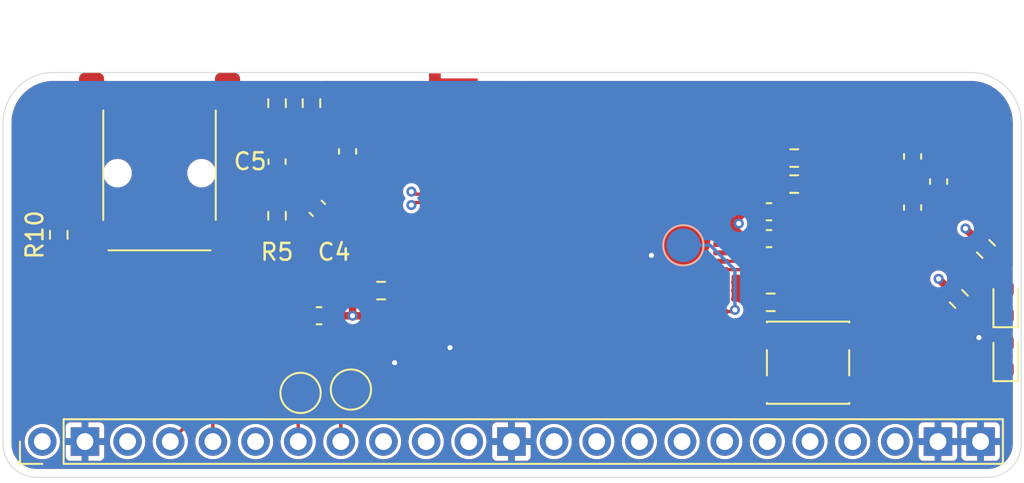
<source format=kicad_pcb>
(kicad_pcb (version 20240108) (generator "pcbnew") (generator_version "8.0")
  (layers (0 "F.Cu" signal) (1 "In1.Cu" signal) (2 "In2.Cu" signal) (31 "B.Cu" signal) (34 "B.Paste" user) (35 "F.Paste" user) (36 "B.SilkS" user "B.Silkscreen") (37 "F.SilkS" user "F.Silkscreen") (38 "B.Mask" user) (39 "F.Mask" user) (44 "Edge.Cuts" user))
  (net 0 "")
  (net 1 "+5VPI_p")
  (net 2 "/Pi_GPIO14")
  (net 3 "/Pi_GPIO17")
  (net 4 "/Pi_GPIO4")
  (net 5 "/Pi_GPIO27")
  (net 6 "/Pi_GPIO23")
  (net 7 "/Pi_GPIO25")
  (net 8 "/Pi_GPIO24")
  (net 9 "/Pi_GPIO11")
  (net 10 "GND")
  (net 11 "/Pi_GPIO07")
  (net 12 "/Pi_GPIO18")
  (net 13 "/Pi_GPIO22")
  (net 14 "/Pi_GPIO08")
  (net 15 "/Pi_GPIO09")
  (net 16 "/Pi_SCL")
  (net 17 "/Pi_SDA")
  (net 18 "/Pi_GPIO10")
  (net 19 "+3V3PI")
  (net 20 "/Pi_GPIO15")
  (net 21 "Net-(R1-Pad1)")
  (net 22 "Net-(U1-RSTn)")
  (net 23 "Net-(U1-CHARGE)")
  (net 31 "Net-(U1-MICh)")
  (net 33 "Net-(U1-VREFp)")
  (net 37 "Net-(U1-LSRn)")
  (net 48 "Net-(U1-MICn)")
  (net 49 "Net-(U1-JTAG)")
  (net 57 "Net-(D1-K)")
  (net 67 "Net-(D2-K)")
  (net 69 "Net-(U1-LSRp)")
  (net 70 "Net-(C5-Pad2)")
  (net 71 "Net-(C5-Pad1)")
  (net 72 "Net-(C6-Pad1)")
  (net 73 "Net-(C7-Pad1)")
  (net 74 "Net-(D2-A)")
  (net 75 "Net-(D1-A)")
  (net 76 "Net-(J2-PadS)")
  (footprint "Resistor_SMD:R_0603_1608Metric" (layer "F.Cu") (at 133 76.325 -90)
    (property "Reference" "R7" (hide yes))
    (property "Value" "2.2k" (hide yes))
    (fp_line (start -0.237258 0.5225) (end 0.237258 0.5225) (stroke (width 0.12)) (layer "F.SilkS"))
    (fp_line (start -0.237258 -0.5225) (end 0.237258 -0.5225) (stroke (width 0.12)) (layer "F.SilkS"))
    (pad "1" smd roundrect (at -0.825 0 270) (size 0.8 0.95) (layers "F.Cu" "F.Paste" "F.Mask") (net 70 "Net-(C5-Pad2)"))
    (pad "2" smd roundrect (at 0.825 0 270) (size 0.8 0.95) (layers "F.Cu" "F.Paste" "F.Mask") (net 48 "Net-(U1-MICn)"))
  )
  (footprint "Button_Switch_SMD:SW_SPST_PTS647_Sx70" (layer "F.Cu") (at 164.625 91.8 180)
    (property "Reference" "SW1" (hide yes))
    (property "Value" "SW_Push" (hide yes))
    (fp_line (start 2.450001 -0.75) (end 2.450001 0.75) (stroke (width 0.12)) (layer "F.SilkS"))
    (fp_line (start 2.45 2.45) (end 2.45 2.4) (stroke (width 0.12)) (layer "F.SilkS"))
    (fp_line (start 2.45 -2.45) (end 2.45 -2.4) (stroke (width 0.12)) (layer "F.SilkS"))
    (fp_line (start -2.45 2.45) (end 2.45 2.45) (stroke (width 0.12)) (layer "F.SilkS"))
    (fp_line (start -2.45 2.45) (end -2.45 2.4) (stroke (width 0.12)) (layer "F.SilkS"))
    (fp_line (start -2.45 -2.45) (end 2.45 -2.45) (stroke (width 0.12)) (layer "F.SilkS"))
    (fp_line (start -2.45 -2.45) (end -2.45 -2.4) (stroke (width 0.12)) (layer "F.SilkS"))
    (fp_line (start -2.450001 -0.75) (end -2.450001 0.75) (stroke (width 0.12)) (layer "F.SilkS"))
    (pad "1" smd roundrect (at -2.625 -1.6 180) (size 1.55 1) (layers "F.Cu" "F.Paste" "F.Mask") (net 10 "GND"))
    (pad "1" smd roundrect (at 2.625 -1.6 180) (size 1.55 1) (layers "F.Cu" "F.Paste" "F.Mask") (net 10 "GND"))
    (pad "2" smd roundrect (at -2.625 1.6 180) (size 1.55 1) (layers "F.Cu" "F.Paste" "F.Mask") (net 21 "Net-(R1-Pad1)"))
    (pad "2" smd roundrect (at 2.625 1.6 180) (size 1.55 1) (layers "F.Cu" "F.Paste" "F.Mask") (net 21 "Net-(R1-Pad1)"))
  )
  (footprint "Resistor_SMD:R_0603_1608Metric" (layer "F.Cu") (at 162.4 88.2 180)
    (property "Reference" "R1" (hide yes))
    (property "Value" "5K1" (hide yes))
    (fp_line (start -0.237258 0.5225) (end 0.237258 0.5225) (stroke (width 0.12)) (layer "F.SilkS"))
    (fp_line (start -0.237258 -0.5225) (end 0.237258 -0.5225) (stroke (width 0.12)) (layer "F.SilkS"))
    (pad "1" smd roundrect (at -0.825 0 180) (size 0.8 0.95) (layers "F.Cu" "F.Paste" "F.Mask") (net 21 "Net-(R1-Pad1)"))
    (pad "2" smd roundrect (at 0.825 0 180) (size 0.8 0.95) (layers "F.Cu" "F.Paste" "F.Mask") (net 22 "Net-(U1-RSTn)"))
  )
  (footprint "Capacitor_SMD:C_0603_1608Metric" (layer "F.Cu") (at 137.2 79.2 90)
    (property "Reference" "C8" (hide yes))
    (property "Value" "33p" (hide yes))
    (fp_line (start -0.140581 -0.51) (end 0.140581 -0.51) (stroke (width 0.12)) (layer "F.SilkS"))
    (fp_line (start -0.140581 0.51) (end 0.140581 0.51) (stroke (width 0.12)) (layer "F.SilkS"))
    (pad "1" smd roundrect (at -0.775 0 90) (size 0.9 0.95) (layers "F.Cu" "F.Paste" "F.Mask") (net 48 "Net-(U1-MICn)"))
    (pad "2" smd roundrect (at 0.775 0 90) (size 0.9 0.95) (layers "F.Cu" "F.Paste" "F.Mask") (net 10 "GND"))
  )
  (footprint "Capacitor_SMD:C_0603_1608Metric" (layer "F.Cu") (at 162.3 82.8)
    (property "Reference" "C3" (hide yes))
    (property "Value" "100n" (hide yes))
    (fp_line (start -0.14058 -0.51) (end 0.14058 -0.51) (stroke (width 0.12)) (layer "F.SilkS"))
    (fp_line (start -0.14058 0.51) (end 0.14058 0.51) (stroke (width 0.12)) (layer "F.SilkS"))
    (pad "1" smd roundrect (at -0.775 0) (size 0.9 0.95) (layers "F.Cu" "F.Paste" "F.Mask") (net 19 "+3V3PI"))
    (pad "2" smd roundrect (at 0.775 0) (size 0.9 0.95) (layers "F.Cu" "F.Paste" "F.Mask") (net 10 "GND"))
  )
  (footprint "Resistor_SMD:R_0603_1608Metric" (layer "F.Cu") (at 135.05 76.325 -90)
    (property "Reference" "R6" (hide yes))
    (property "Value" "2.2k" (hide yes))
    (fp_line (start -0.237258 0.5225) (end 0.237258 0.5225) (stroke (width 0.12)) (layer "F.SilkS"))
    (fp_line (start -0.237258 -0.5225) (end 0.237258 -0.5225) (stroke (width 0.12)) (layer "F.SilkS"))
    (pad "1" smd roundrect (at -0.825 0 270) (size 0.8 0.95) (layers "F.Cu" "F.Paste" "F.Mask") (net 70 "Net-(C5-Pad2)"))
    (pad "2" smd roundrect (at 0.825 0 270) (size 0.8 0.95) (layers "F.Cu" "F.Paste" "F.Mask") (net 33 "Net-(U1-VREFp)"))
  )
  (footprint "Resistor_SMD:R_0603_1608Metric" (layer "F.Cu") (at 133 83.0375 90)
    (property "Reference" "R5" (at -2.1625 0 180) (layer "F.SilkS"))
    (property "Value" "100" (hide yes))
    (fp_line (start -0.237258 -0.5225) (end 0.237258 -0.5225) (stroke (width 0.12)) (layer "F.SilkS"))
    (fp_line (start -0.237258 0.5225) (end 0.237258 0.5225) (stroke (width 0.12)) (layer "F.SilkS"))
    (pad "1" smd roundrect (at -0.825 0 90) (size 0.8 0.95) (layers "F.Cu" "F.Paste" "F.Mask") (net 31 "Net-(U1-MICh)"))
    (pad "2" smd roundrect (at 0.825 0 90) (size 0.8 0.95) (layers "F.Cu" "F.Paste" "F.Mask") (net 71 "Net-(C5-Pad1)"))
  )
  (footprint "Resistor_SMD:R_0603_1608Metric" (layer "F.Cu") (at 139.2 87.5 180)
    (property "Reference" "R4" (hide yes))
    (property "Value" "1K" (hide yes))
    (fp_line (start -0.237258 0.5225) (end 0.237258 0.5225) (stroke (width 0.12)) (layer "F.SilkS"))
    (fp_line (start -0.237258 -0.5225) (end 0.237258 -0.5225) (stroke (width 0.12)) (layer "F.SilkS"))
    (pad "1" smd roundrect (at -0.825 0 180) (size 0.8 0.95) (layers "F.Cu" "F.Paste" "F.Mask") (net 23 "Net-(U1-CHARGE)"))
    (pad "2" smd roundrect (at 0.825 0 180) (size 0.8 0.95) (layers "F.Cu" "F.Paste" "F.Mask") (net 19 "+3V3PI"))
  )
  (footprint "Capacitor_SMD:C_0603_1608Metric" (layer "F.Cu") (at 135.4 82.6 -45)
    (property "Reference" "C4" (at 2.545584 1.131371 180) (layer "F.SilkS"))
    (property "Value" "33p" (hide yes))
    (fp_line (start -0.140581 0.51) (end 0.140581 0.51) (stroke (width 0.12)) (layer "F.SilkS"))
    (fp_line (start -0.140581 -0.51) (end 0.140581 -0.51) (stroke (width 0.12)) (layer "F.SilkS"))
    (pad "1" smd roundrect (at -0.775 0 315) (size 0.9 0.95) (layers "F.Cu" "F.Paste" "F.Mask") (net 31 "Net-(U1-MICh)"))
    (pad "2" smd roundrect (at 0.775 0 315) (size 0.9 0.95) (layers "F.Cu" "F.Paste" "F.Mask") (net 10 "GND"))
  )
  (footprint "Resistor_SMD:R_0603_1608Metric" (layer "F.Cu") (at 173.6 88 -45)
    (property "Reference" "R2" (hide yes))
    (property "Value" "470" (hide yes))
    (fp_line (start -0.237258 0.5225) (end 0.237258 0.5225) (stroke (width 0.12)) (layer "F.SilkS"))
    (fp_line (start -0.237258 -0.5225) (end 0.237258 -0.5225) (stroke (width 0.12)) (layer "F.SilkS"))
    (pad "1" smd roundrect (at -0.825 0 315) (size 0.8 0.95) (layers "F.Cu" "F.Paste" "F.Mask") (net 19 "+3V3PI"))
    (pad "2" smd roundrect (at 0.825 0 315) (size 0.8 0.95) (layers "F.Cu" "F.Paste" "F.Mask") (net 74 "Net-(D2-A)"))
  )
  (footprint "Resistor_SMD:R_0603_1608Metric" (layer "F.Cu") (at 120 84.175 90)
    (property "Reference" "R10" (at 0 -1.43 90) (layer "F.SilkS"))
    (property "Value" "0")
    (fp_line (start -0.237258 -0.5225) (end 0.237258 -0.5225) (stroke (width 0.12)) (layer "F.SilkS"))
    (fp_line (start -0.237258 0.5225) (end 0.237258 0.5225) (stroke (width 0.12)) (layer "F.SilkS"))
    (pad "1" smd roundrect (at -0.825 0 90) (size 0.8 0.95) (layers "F.Cu" "F.Paste" "F.Mask") (net 10 "GND"))
    (pad "2" smd roundrect (at 0.825 0 90) (size 0.8 0.95) (layers "F.Cu" "F.Paste" "F.Mask") (net 76 "Net-(J2-PadS)"))
  )
  (footprint "TestPoint:TestPoint_Pad_D2.0mm" (layer "F.Cu") (at 137.4 93.4 90)
    (property "Reference" "TP3" (hide yes))
    (property "Value" "TestPoint" (hide yes))
    (fp_circle (center 0 0) (end 0 1.2) (stroke (width 0.12)) (fill none) (layer "F.SilkS"))
    (pad "1" smd circle (at 0 0 90) (size 2 2) (layers "F.Cu" "F.Mask") (net 20 "/Pi_GPIO15"))
  )
  (footprint "Resistor_SMD:R_0603_1608Metric" (layer "F.Cu") (at 163.8 79.6)
    (property "Reference" "R9" (hide yes))
    (property "Value" "0" (hide yes))
    (fp_line (start -0.237258 -0.5225) (end 0.237258 -0.5225) (stroke (width 0.12)) (layer "F.SilkS"))
    (fp_line (start -0.237258 0.5225) (end 0.237258 0.5225) (stroke (width 0.12)) (layer "F.SilkS"))
    (pad "1" smd roundrect (at -0.825 0) (size 0.8 0.95) (layers "F.Cu" "F.Paste" "F.Mask") (net 69 "Net-(U1-LSRp)"))
    (pad "2" smd roundrect (at 0.825 0) (size 0.8 0.95) (layers "F.Cu" "F.Paste" "F.Mask") (net 73 "Net-(C7-Pad1)"))
  )
  (footprint "Connector_Audio:Jack_3.5mm_Lumberg_1503_02_Horizontal" (layer "F.Cu") (at 126 78)
    (property "Reference" "J2" (hide yes))
    (property "Value" "AudioJack3" (hide yes))
    (fp_line (start -3.35 -1.24) (end -3.35 5.29) (stroke (width 0.12)) (layer "F.SilkS"))
    (fp_line (start 3.04 7.1) (end -3.04 7.1) (stroke (width 0.12)) (layer "F.SilkS"))
    (fp_line (start 3.35 -1.24) (end 3.35 5.29) (stroke (width 0.12)) (layer "F.SilkS"))
    (pad "" np_thru_hole circle (at -2.5 2.5) (size 1.2 1.2) (drill 1.2) (layers "F&B.Cu" "*.Mask"))
    (pad "" np_thru_hole circle (at 2.5 2.5) (size 1.2 1.2) (drill 1.2) (layers "F&B.Cu" "*.Mask"))
    (pad "R" smd roundrect (at 4.05 6.35) (size 1.5 1.5) (layers "F.Cu" "F.Paste" "F.Mask"))
    (pad "S" smd roundrect (at -4.05 6.35) (size 1.5 1.5) (layers "F.Cu" "F.Paste" "F.Mask") (net 76 "Net-(J2-PadS)"))
    (pad "T" smd roundrect (at -4.05 -2.5) (size 1.5 2) (layers "F.Cu" "F.Paste" "F.Mask") (net 70 "Net-(C5-Pad2)"))
    (pad "T" smd roundrect (at 4.05 -2.5) (size 1.5 2) (layers "F.Cu" "F.Paste" "F.Mask") (net 70 "Net-(C5-Pad2)"))
  )
  (footprint "Resistor_SMD:R_0603_1608Metric" (layer "F.Cu") (at 175.216637 85.016637 -45)
    (property "Reference" "R3" (hide yes))
    (property "Value" "470" (hide yes))
    (fp_line (start -0.237258 0.5225) (end 0.237258 0.5225) (stroke (width 0.12)) (layer "F.SilkS"))
    (fp_line (start -0.237258 -0.5225) (end 0.237258 -0.5225) (stroke (width 0.12)) (layer "F.SilkS"))
    (pad "1" smd roundrect (at -0.825 0 315) (size 0.8 0.95) (layers "F.Cu" "F.Paste" "F.Mask") (net 19 "+3V3PI"))
    (pad "2" smd roundrect (at 0.825 0 315) (size 0.8 0.95) (layers "F.Cu" "F.Paste" "F.Mask") (net 75 "Net-(D1-A)"))
  )
  (footprint "custom_library:SC14CVMDECT" (layer "F.Cu") (at 150.8 81)
    (property "Reference" "U1" (hide yes))
    (property "Value" "SC14CVMDECT" (hide yes))
    (pad "1" smd rect (at -8.625 -5.05 90) (size 0.66 0.55) (layers "F.Cu" "F.Paste" "F.Mask") (net 10 "GND"))
    (pad "2" smd roundrect (at -8.625 -4.25) (size 0.89 0.3) (layers "F.Cu" "F.Paste" "F.Mask"))
    (pad "3" smd roundrect (at -8.625 -3.75) (size 0.89 0.3) (layers "F.Cu" "F.Paste" "F.Mask"))
    (pad "4" smd roundrect (at -8.625 -3.25) (size 0.89 0.3) (layers "F.Cu" "F.Paste" "F.Mask"))
    (pad "5" smd roundrect (at -8.625 -2.75) (size 0.89 0.3) (layers "F.Cu" "F.Paste" "F.Mask"))
    (pad "6" smd roundrect (at -8.625 -2.25) (size 0.89 0.3) (layers "F.Cu" "F.Paste" "F.Mask") (net 10 "GND"))
    (pad "7" smd roundrect (at -8.625 -1.75) (size 0.89 0.3) (layers "F.Cu" "F.Paste" "F.Mask") (net 33 "Net-(U1-VREFp)"))
    (pad "8" smd roundrect (at -8.625 -1.25) (size 0.89 0.3) (layers "F.Cu" "F.Paste" "F.Mask"))
    (pad "9" smd roundrect (at -8.625 -0.75) (size 0.89 0.3) (layers "F.Cu" "F.Paste" "F.Mask") (net 48 "Net-(U1-MICn)"))
    (pad "10" smd roundrect (at -8.625 -0.25) (size 0.89 0.3) (layers "F.Cu" "F.Paste" "F.Mask") (net 31 "Net-(U1-MICh)"))
    (pad "11" smd roundrect (at -8.625 0.25) (size 0.89 0.3) (layers "F.Cu" "F.Paste" "F.Mask") (net 10 "GND"))
    (pad "12" smd roundrect (at -8.625 0.75) (size 0.89 0.3) (layers "F.Cu" "F.Paste" "F.Mask") (net 69 "Net-(U1-LSRp)"))
    (pad "13" smd roundrect (at -8.625 1.25) (size 0.89 0.3) (layers "F.Cu" "F.Paste" "F.Mask") (net 37 "Net-(U1-LSRn)"))
    (pad "14" smd roundrect (at -8.625 1.75) (size 0.89 0.3) (layers "F.Cu" "F.Paste" "F.Mask") (net 10 "GND"))
    (pad "15" smd roundrect (at -8.625 2.25) (size 0.89 0.3) (layers "F.Cu" "F.Paste" "F.Mask"))
    (pad "16" smd roundrect (at -8.625 2.75) (size 0.89 0.3) (layers "F.Cu" "F.Paste" "F.Mask"))
    (pad "17" smd roundrect (at -8.625 3.25) (size 0.89 0.3) (layers "F.Cu" "F.Paste" "F.Mask") (net 10 "GND"))
    (pad "18" smd roundrect (at -8.625 3.75) (size 0.89 0.3) (layers "F.Cu" "F.Paste" "F.Mask") (net 10 "GND"))
    (pad "19" smd roundrect (at -8.625 4.25) (size 0.89 0.3) (layers "F.Cu" "F.Paste" "F.Mask") (net 10 "GND"))
    (pad "20" smd roundrect (at -8.625 4.75) (size 0.89 0.3) (layers "F.Cu" "F.Paste" "F.Mask") (net 10 "GND"))
    (pad "21" smd roundrect (at -8.625 5.25) (size 0.89 0.3) (layers "F.Cu" "F.Paste" "F.Mask"))
    (pad "22" smd roundrect (at -8.625 5.75) (size 0.89 0.3) (layers "F.Cu" "F.Paste" "F.Mask"))
    (pad "23" smd roundrect (at -8.625 6.25) (size 0.89 0.3) (layers "F.Cu" "F.Paste" "F.Mask") (net 23 "Net-(U1-CHARGE)"))
    (pad "24" smd roundrect (at -8.625 6.75) (size 0.89 0.3) (layers "F.Cu" "F.Paste" "F.Mask"))
    (pad "25" smd roundrect (at -8.625 7.25) (size 0.89 0.3) (layers "F.Cu" "F.Paste" "F.Mask"))
    (pad "26" smd roundrect (at -8.625 7.75) (size 0.89 0.3) (layers "F.Cu" "F.Paste" "F.Mask"))
    (pad "27" smd roundrect (at -8.625 8.25) (size 0.89 0.3) (layers "F.Cu" "F.Paste" "F.Mask"))
    (pad "28" smd rect (at -6.05 9.42 90) (size 0.55 0.8) (layers "F.Cu" "F.Paste" "F.Mask") (net 10 "GND"))
    (pad "29" smd roundrect (at -5.25 9.42 90) (size 0.89 0.3) (layers "F.Cu" "F.Paste" "F.Mask") (net 19 "+3V3PI"))
    (pad "30" smd roundrect (at -4.75 9.42 90) (size 0.89 0.3) (layers "F.Cu" "F.Paste" "F.Mask") (net 10 "GND"))
    (pad "31" smd roundrect (at -4.25 9.42 90) (size 0.89 0.3) (layers "F.Cu" "F.Paste" "F.Mask") (net 10 "GND"))
    (pad "32" smd roundrect (at -3.75 9.42 90) (size 0.89 0.3) (layers "F.Cu" "F.Paste" "F.Mask"))
    (pad "33" smd roundrect (at -3.25 9.42 90) (size 0.89 0.3) (layers "F.Cu" "F.Paste" "F.Mask"))
    (pad "34" smd roundrect (at -2.75 9.42 90) (size 0.89 0.3) (layers "F.Cu" "F.Paste" "F.Mask"))
    (pad "35" smd roundrect (at -2.25 9.42 90) (size 0.89 0.3) (layers "F.Cu" "F.Paste" "F.Mask"))
    (pad "36" smd roundrect (at -1.75 9.42 90) (size 0.89 0.3) (layers "F.Cu" "F.Paste" "F.Mask"))
    (pad "37" smd roundrect (at -1.25 9.42 90) (size 0.89 0.3) (layers "F.Cu" "F.Paste" "F.Mask"))
    (pad "38" smd roundrect (at -0.75 9.42 90) (size 0.89 0.3) (layers "F.Cu" "F.Paste" "F.Mask") (net 10 "GND"))
    (pad "39" smd roundrect (at -0.25 9.42 90) (size 0.89 0.3) (layers "F.Cu" "F.Paste" "F.Mask"))
    (pad "40" smd roundrect (at 0.25 9.42 90) (size 0.89 0.3) (layers "F.Cu" "F.Paste" "F.Mask"))
    (pad "41" smd roundrect (at 0.75 9.42 90) (size 0.89 0.3) (layers "F.Cu" "F.Paste" "F.Mask"))
    (pad "42" smd roundrect (at 1.25 9.42 90) (size 0.89 0.3) (layers "F.Cu" "F.Paste" "F.Mask"))
    (pad "43" smd roundrect (at 1.75 9.42 90) (size 0.89 0.3) (layers "F.Cu" "F.Paste" "F.Mask"))
    (pad "44" smd roundrect (at 2.25 9.42 90) (size 0.89 0.3) (layers "F.Cu" "F.Paste" "F.Mask") (net 16 "/Pi_SCL"))
    (pad "45" smd roundrect (at 2.75 9.42 90) (size 0.89 0.3) (layers "F.Cu" "F.Paste" "F.Mask") (net 10 "GND"))
    (pad "46" smd roundrect (at 3.25 9.42 90) (size 0.89 0.3) (layers "F.Cu" "F.Paste" "F.Mask") (net 17 "/Pi_SDA"))
    (pad "47" smd roundrect (at 3.75 9.42 90) (size 0.89 0.3) (layers "F.Cu" "F.Paste" "F.Mask") (net 2 "/Pi_GPIO14"))
    (pad "48" smd roundrect (at 4.25 9.42 90) (size 0.89 0.3) (layers "F.Cu" "F.Paste" "F.Mask") (net 20 "/Pi_GPIO15"))
    (pad "49" smd roundrect (at 4.75 9.42 90) (size 0.89 0.3) (layers "F.Cu" "F.Paste" "F.Mask") (net 10 "GND"))
    (pad "50" smd roundrect (at 5.25 9.42 90) (size 0.89 0.3) (layers "F.Cu" "F.Paste" "F.Mask") (net 10 "GND"))
    (pad "51" smd rect (at 6.05 9.42 90) (size 0.55 0.8) (layers "F.Cu" "F.Paste" "F.Mask") (net 10 "GND"))
    (pad "52" smd roundrect (at 8.625 8.25) (size 0.89 0.3) (layers "F.Cu" "F.Paste" "F.Mask") (net 22 "Net-(U1-RSTn)"))
    (pad "53" smd roundrect (at 8.625 7.75) (size 0.89 0.3) (layers "F.Cu" "F.Paste" "F.Mask") (net 49 "Net-(U1-JTAG)"))
    (pad "54" smd roundrect (at 8.625 7.25) (size 0.89 0.3) (layers "F.Cu" "F.Paste" "F.Mask"))
    (pad "55" smd roundrect (at 8.625 6.75) (size 0.89 0.3) (layers "F.Cu" "F.Paste" "F.Mask"))
    (pad "56" smd roundrect (at 8.625 6.25) (size 0.89 0.3) (layers "F.Cu" "F.Paste" "F.Mask"))
    (pad "57" smd roundrect (at 8.625 5.75) (size 0.89 0.3) (layers "F.Cu" "F.Paste" "F.Mask"))
    (pad "58" smd roundrect (at 8.625 5.25) (size 0.89 0.3) (layers "F.Cu" "F.Paste" "F.Mask") (net 67 "Net-(D2-K)"))
    (pad "59" smd roundrect (at 8.625 4.75) (size 0.89 0.3) (layers "F.Cu" "F.Paste" "F.Mask") (net 57 "Net-(D1-K)"))
    (pad "60" smd roundrect (at 8.625 4.25) (size 0.89 0.3) (layers "F.Cu" "F.Paste" "F.Mask") (net 10 "GND"))
    (pad "61" smd roundrect (at 8.625 3.75) (size 0.89 0.3) (layers "F.Cu" "F.Paste" "F.Mask"))
    (pad "62" smd roundrect (at 8.625 3.25) (size 0.89 0.3) (layers "F.Cu" "F.Paste" "F.Mask"))
    (pad "63" smd roundrect (at 8.625 2.75) (size 0.89 0.3) (layers "F.Cu" "F.Paste" "F.Mask") (net 19 "+3V3PI"))
    (pad "64" smd roundrect (at 8.625 2.25) (size 0.89 0.3) (layers "F.Cu" "F.Paste" "F.Mask") (net 19 "+3V3PI"))
    (pad "65" smd roundrect (at 8.625 1.75) (size 0.89 0.3) (layers "F.Cu" "F.Paste" "F.Mask"))
    (pad "66" smd roundrect (at 8.625 1.25) (size 0.89 0.3) (layers "F.Cu" "F.Paste" "F.Mask"))
    (pad "67" smd roundrect (at 8.625 0.75) (size 0.89 0.3) (layers "F.Cu" "F.Paste" "F.Mask"))
    (pad "68" smd roundrect (at 8.625 0.25) (size 0.89 0.3) (layers "F.Cu" "F.Paste" "F.Mask"))
    (pad "69" smd roundrect (at 8.625 -0.25) (size 0.89 0.3) (layers "F.Cu" "F.Paste" "F.Mask"))
    (pad "70" smd roundrect (at 8.625 -0.75) (size 0.89 0.3) (layers "F.Cu" "F.Paste" "F.Mask") (net 10 "GND"))
    (pad "71" smd roundrect (at 8.625 -1.25) (size 0.89 0.3) (layers "F.Cu" "F.Paste" "F.Mask") (net 10 "GND"))
    (pad "72" smd roundrect (at 8.625 -1.75) (size 0.89 0.3) (layers "F.Cu" "F.Paste" "F.Mask") (net 10 "GND"))
    (pad "73" smd roundrect (at 8.625 -2.25) (size 0.89 0.3) (layers "F.Cu" "F.Paste" "F.Mask"))
    (pad "74" smd roundrect (at 8.625 -2.75) (size 0.89 0.3) (layers "F.Cu" "F.Paste" "F.Mask") (net 10 "GND"))
    (pad "75" smd roundrect (at 8.625 -3.25) (size 0.89 0.3) (layers "F.Cu" "F.Paste" "F.Mask"))
    (pad "76" smd roundrect (at 8.625 -3.75) (size 0.89 0.3) (layers "F.Cu" "F.Paste" "F.Mask") (net 10 "GND"))
    (pad "77" smd roundrect (at 8.625 -4.25) (size 0.89 0.3) (layers "F.Cu" "F.Paste" "F.Mask") (net 10 "GND"))
    (pad "78" smd rect (at 8.625 -5.05 90) (size 0.66 0.55) (layers "F.Cu" "F.Paste" "F.Mask") (net 10 "GND"))
    (pad "79" smd custom (at -8.4 -6.2) (size 0.7 0.5) (layers "F.Cu") (options (clearance outline) (anchor rect)) (primitives (gr_poly (pts (xy 0.25 0.25) (xy 2.55 0.25) (xy 2.55 0.05) (xy 0.25 0.05)) (width 0) (fill yes))))
    (pad "80" smd rect (at 0 0) (size 1.7 1.7) (layers "F.Cu" "F.Mask") (net 10 "GND"))
    (zone (net 0) (net_name "") (layer "F.Cu") (connect_pads (clearance 0)) (min_thickness 0.25)
      (keepout (tracks not_allowed) (vias not_allowed) (pads not_allowed) (copperpour not_allowed) (footprints allowed))
      (fill (thermal_gap 0.5) (thermal_bridge_width 0.5))
      (polygon (pts (xy 153.46 86.54) (xy 158.9 86.54) (xy 158.9 89.88) (xy 153.46 89.88)))
    )
    (zone (net 0) (net_name "") (layer "F.Cu") (connect_pads (clearance 0)) (min_thickness 0.25)
      (keepout (tracks not_allowed) (vias not_allowed) (pads not_allowed) (copperpour not_allowed) (footprints allowed))
      (fill (thermal_gap 0.5) (thermal_bridge_width 0.5))
      (polygon (pts (xy 149.40061 77.1) (xy 149.381511 76.820775) (xy 149.324568 76.546752) (xy 149.230843 76.283035) (xy 149.102081 76.034536) (xy 148.940681 75.805885) (xy 148.74965 75.60134) (xy 148.532546 75.424713) (xy 148.293414 75.279294) (xy 148.036707 75.16779) (xy 147.767209 75.09228) (xy 147.489939 75.05417) (xy 147.210061 75.05417) (xy 146.932791 75.09228) (xy 146.663293 75.16779) (xy 146.406586 75.279294) (xy 146.167454 75.424713) (xy 145.95035 75.60134) (xy 145.759319 75.805885) (xy 145.597919 76.034536) (xy 145.469157 76.283035) (xy 145.375432 76.546752) (xy 145.318489 76.820775) (xy 145.29939 77.1) (xy 145.318489 77.379225) (xy 145.375432 77.653248) (xy 145.469157 77.916965) (xy 145.597919 78.165464) (xy 145.759319 78.394115) (xy 145.95035 78.59866) (xy 146.167454 78.775287) (xy 146.406586 78.920706) (xy 146.663293 79.03221) (xy 146.932791 79.10772) (xy 147.210061 79.14583) (xy 147.489939 79.14583) (xy 147.767209 79.10772) (xy 148.036707 79.03221) (xy 148.293414 78.920706) (xy 148.532546 78.775287) (xy 148.74965 78.59866) (xy 148.940681 78.394115) (xy 149.102081 78.165464) (xy 149.230843 77.916965) (xy 149.324568 77.653248) (xy 149.381511 77.379225)))
    )
  )
  (footprint "LED_SMD:LED_0603_1608Metric" (layer "F.Cu") (at 176.4 91.412499 90)
    (property "Reference" "D2" (hide yes))
    (property "Value" "LED" (hide yes))
    (fp_line (start 0.8 -0.735) (end -1.485 -0.735) (stroke (width 0.12)) (layer "F.SilkS"))
    (fp_line (start -1.485 -0.735) (end -1.485 0.735) (stroke (width 0.12)) (layer "F.SilkS"))
    (fp_line (start -1.485 0.735) (end 0.8 0.735) (stroke (width 0.12)) (layer "F.SilkS"))
    (pad "1" smd roundrect (at -0.787501 0 90) (size 0.875 0.95) (layers "F.Cu" "F.Paste" "F.Mask") (net 67 "Net-(D2-K)"))
    (pad "2" smd roundrect (at 0.787501 0 90) (size 0.875 0.95) (layers "F.Cu" "F.Paste" "F.Mask") (net 74 "Net-(D2-A)"))
  )
  (footprint "LED_SMD:LED_0603_1608Metric" (layer "F.Cu") (at 176.4 88.2 90)
    (property "Reference" "D1" (hide yes))
    (property "Value" "LED" (hide yes))
    (fp_line (start 0.8 -0.735) (end -1.485 -0.735) (stroke (width 0.12)) (layer "F.SilkS"))
    (fp_line (start -1.485 -0.735) (end -1.485 0.735) (stroke (width 0.12)) (layer "F.SilkS"))
    (fp_line (start -1.485 0.735) (end 0.8 0.735) (stroke (width 0.12)) (layer "F.SilkS"))
    (pad "1" smd roundrect (at -0.787501 0 90) (size 0.875 0.95) (layers "F.Cu" "F.Paste" "F.Mask") (net 57 "Net-(D1-K)"))
    (pad "2" smd roundrect (at 0.787501 0 90) (size 0.875 0.95) (layers "F.Cu" "F.Paste" "F.Mask") (net 75 "Net-(D1-A)"))
  )
  (footprint "beepis:BepisAddon_v1" (layer "F.Cu") (at 119.02 96.5 90)
    (property "Reference" "J1" (hide yes))
    (property "Value" "EXP" (hide yes))
    (fp_line (start -1.33 -1.33) (end 0 -1.33) (stroke (width 0.12)) (layer "F.SilkS"))
    (fp_line (start -1.33 0) (end -1.33 -1.33) (stroke (width 0.12)) (layer "F.SilkS"))
    (fp_line (start 1.33 1.27) (end 1.33 57.21) (stroke (width 0.12)) (layer "F.SilkS"))
    (fp_line (start -1.33 1.27) (end 1.33 1.27) (stroke (width 0.12)) (layer "F.SilkS"))
    (fp_line (start -1.33 1.27) (end -1.33 57.21) (stroke (width 0.12)) (layer "F.SilkS"))
    (fp_line (start -1.33 57.21) (end 1.33 57.21) (stroke (width 0.12)) (layer "F.SilkS"))
    (pad "1" thru_hole circle (at 0 0 90) (size 1.7 1.7) (drill 1) (layers "*.Cu" "*.Mask") (net 1 "+5VPI_p"))
    (pad "2" thru_hole rect (at 0 2.54 90) (size 1.7 1.7) (drill 1) (layers "*.Cu" "*.Mask") (net 10 "GND"))
    (pad "3" thru_hole oval (at 0 5.08 90) (size 1.7 1.7) (drill 1) (layers "*.Cu" "*.Mask") (net 19 "+3V3PI"))
    (pad "4" thru_hole oval (at 0 7.62 90) (size 1.7 1.7) (drill 1) (layers "*.Cu" "*.Mask") (net 16 "/Pi_SCL"))
    (pad "5" thru_hole oval (at 0 10.16 90) (size 1.7 1.7) (drill 1) (layers "*.Cu" "*.Mask") (net 17 "/Pi_SDA"))
    (pad "6" thru_hole oval (at 0 12.7 90) (size 1.7 1.7) (drill 1) (layers "*.Cu" "*.Mask") (net 4 "/Pi_GPIO4"))
    (pad "7" thru_hole oval (at 0 15.24 90) (size 1.7 1.7) (drill 1) (layers "*.Cu" "*.Mask") (net 2 "/Pi_GPIO14"))
    (pad "8" thru_hole oval (at 0 17.78 90) (size 1.7 1.7) (drill 1) (layers "*.Cu" "*.Mask") (net 20 "/Pi_GPIO15"))
    (pad "9" thru_hole oval (at 0 20.32 90) (size 1.7 1.7) (drill 1) (layers "*.Cu" "*.Mask") (net 3 "/Pi_GPIO17"))
    (pad "10" thru_hole oval (at 0 22.86 90) (size 1.7 1.7) (drill 1) (layers "*.Cu" "*.Mask") (net 12 "/Pi_GPIO18"))
    (pad "11" thru_hole oval (at 0 25.4 90) (size 1.7 1.7) (drill 1) (layers "*.Cu" "*.Mask") (net 5 "/Pi_GPIO27"))
    (pad "12" thru_hole rect (at 0 27.94 90) (size 1.7 1.7) (drill 1) (layers "*.Cu" "*.Mask") (net 10 "GND"))
    (pad "13" thru_hole oval (at 0 30.48 90) (size 1.7 1.7) (drill 1) (layers "*.Cu" "*.Mask") (net 13 "/Pi_GPIO22"))
    (pad "14" thru_hole oval (at 0 33.02 90) (size 1.7 1.7) (drill 1) (layers "*.Cu" "*.Mask") (net 6 "/Pi_GPIO23"))
    (pad "15" thru_hole oval (at 0 35.56 90) (size 1.7 1.7) (drill 1) (layers "*.Cu" "*.Mask") (net 8 "/Pi_GPIO24"))
    (pad "16" thru_hole oval (at 0 38.1 90) (size 1.7 1.7) (drill 1) (layers "*.Cu" "*.Mask") (net 18 "/Pi_GPIO10"))
    (pad "17" thru_hole oval (at 0 40.64 90) (size 1.7 1.7) (drill 1) (layers "*.Cu" "*.Mask") (net 15 "/Pi_GPIO09"))
    (pad "18" thru_hole oval (at 0 43.18 90) (size 1.7 1.7) (drill 1) (layers "*.Cu" "*.Mask") (net 7 "/Pi_GPIO25"))
    (pad "19" thru_hole oval (at 0 45.72 90) (size 1.7 1.7) (drill 1) (layers "*.Cu" "*.Mask") (net 9 "/Pi_GPIO11"))
    (pad "20" thru_hole oval (at 0 48.26 90) (size 1.7 1.7) (drill 1) (layers "*.Cu" "*.Mask") (net 14 "/Pi_GPIO08"))
    (pad "21" thru_hole oval (at 0 50.8 90) (size 1.7 1.7) (drill 1) (layers "*.Cu" "*.Mask") (net 11 "/Pi_GPIO07"))
    (pad "22" thru_hole rect (at 0 53.34 90) (size 1.7 1.7) (drill 1) (layers "*.Cu" "*.Mask") (net 10 "GND"))
    (pad "23" thru_hole rect (at 0 55.88 90) (size 1.7 1.7) (drill 1) (layers "*.Cu" "*.Mask") (net 10 "GND"))
  )
  (footprint "TestPoint:TestPoint_Pad_D2.0mm" (layer "F.Cu") (at 134.4 93.6 90)
    (property "Reference" "TP2" (hide yes))
    (property "Value" "TestPoint" (hide yes))
    (fp_circle (center 0 0) (end 0 1.2) (stroke (width 0.12)) (fill none) (layer "F.SilkS"))
    (pad "1" smd circle (at 0 0 90) (size 2 2) (layers "F.Cu" "F.Mask") (net 2 "/Pi_GPIO14"))
  )
  (footprint "Capacitor_SMD:C_0603_1608Metric" (layer "F.Cu") (at 133 79.8125 90)
    (property "Reference" "C5" (at 0.0125 -1.6 0) (layer "F.SilkS"))
    (property "Value" "22n" (hide yes))
    (fp_line (start -0.14058 -0.51) (end 0.14058 -0.51) (stroke (width 0.12)) (layer "F.SilkS"))
    (fp_line (start -0.14058 0.51) (end 0.14058 0.51) (stroke (width 0.12)) (layer "F.SilkS"))
    (pad "1" smd roundrect (at -0.775 0 90) (size 0.9 0.95) (layers "F.Cu" "F.Paste" "F.Mask") (net 71 "Net-(C5-Pad1)"))
    (pad "2" smd roundrect (at 0.775 0 90) (size 0.9 0.95) (layers "F.Cu" "F.Paste" "F.Mask") (net 70 "Net-(C5-Pad2)"))
  )
  (footprint "Resistor_SMD:R_0603_1608Metric" (layer "F.Cu") (at 163.8 81.15)
    (property "Reference" "R8" (hide yes))
    (property "Value" "0" (hide yes))
    (fp_line (start -0.237258 -0.5225) (end 0.237258 -0.5225) (stroke (width 0.12)) (layer "F.SilkS"))
    (fp_line (start -0.237258 0.5225) (end 0.237258 0.5225) (stroke (width 0.12)) (layer "F.SilkS"))
    (pad "1" smd roundrect (at -0.825 0) (size 0.8 0.95) (layers "F.Cu" "F.Paste" "F.Mask") (net 37 "Net-(U1-LSRn)"))
    (pad "2" smd roundrect (at 0.825 0) (size 0.8 0.95) (layers "F.Cu" "F.Paste" "F.Mask") (net 72 "Net-(C6-Pad1)"))
  )
  (footprint "Capacitor_SMD:C_0603_1608Metric" (layer "F.Cu") (at 162.3 84.4)
    (property "Reference" "C1" (hide yes))
    (property "Value" "100n" (hide yes))
    (fp_line (start -0.14058 -0.51) (end 0.14058 -0.51) (stroke (width 0.12)) (layer "F.SilkS"))
    (fp_line (start -0.14058 0.51) (end 0.14058 0.51) (stroke (width 0.12)) (layer "F.SilkS"))
    (pad "1" smd roundrect (at -0.775 0) (size 0.9 0.95) (layers "F.Cu" "F.Paste" "F.Mask") (net 19 "+3V3PI"))
    (pad "2" smd roundrect (at 0.775 0) (size 0.9 0.95) (layers "F.Cu" "F.Paste" "F.Mask") (net 10 "GND"))
  )
  (footprint "Capacitor_SMD:C_0603_1608Metric" (layer "F.Cu") (at 172.4 81 -90)
    (property "Reference" "C9" (hide yes))
    (property "Value" "3.3n" (hide yes))
    (fp_line (start -0.140581 0.51) (end 0.140581 0.51) (stroke (width 0.12)) (layer "F.SilkS"))
    (fp_line (start -0.140581 -0.51) (end 0.140581 -0.51) (stroke (width 0.12)) (layer "F.SilkS"))
    (pad "1" smd roundrect (at -0.775 0 270) (size 0.9 0.95) (layers "F.Cu" "F.Paste" "F.Mask") (net 73 "Net-(C7-Pad1)"))
    (pad "2" smd roundrect (at 0.775 0 270) (size 0.9 0.95) (layers "F.Cu" "F.Paste" "F.Mask") (net 72 "Net-(C6-Pad1)"))
  )
  (footprint "Capacitor_SMD:C_0603_1608Metric" (layer "F.Cu") (at 170.85 79.5 90)
    (property "Reference" "C7" (hide yes))
    (property "Value" "33p" (hide yes))
    (fp_line (start -0.140581 -0.51) (end 0.140581 -0.51) (stroke (width 0.12)) (layer "F.SilkS"))
    (fp_line (start -0.140581 0.51) (end 0.140581 0.51) (stroke (width 0.12)) (layer "F.SilkS"))
    (pad "1" smd roundrect (at -0.775 0 90) (size 0.9 0.95) (layers "F.Cu" "F.Paste" "F.Mask") (net 73 "Net-(C7-Pad1)"))
    (pad "2" smd roundrect (at 0.775 0 90) (size 0.9 0.95) (layers "F.Cu" "F.Paste" "F.Mask") (net 10 "GND"))
  )
  (footprint "Capacitor_SMD:C_0603_1608Metric" (layer "F.Cu") (at 170.85 82.55 -90)
    (property "Reference" "C6" (hide yes))
    (property "Value" "33p" (hide yes))
    (fp_line (start -0.140581 0.51) (end 0.140581 0.51) (stroke (width 0.12)) (layer "F.SilkS"))
    (fp_line (start -0.140581 -0.51) (end 0.140581 -0.51) (stroke (width 0.12)) (layer "F.SilkS"))
    (pad "1" smd roundrect (at -0.775 0 270) (size 0.9 0.95) (layers "F.Cu" "F.Paste" "F.Mask") (net 72 "Net-(C6-Pad1)"))
    (pad "2" smd roundrect (at 0.775 0 270) (size 0.9 0.95) (layers "F.Cu" "F.Paste" "F.Mask") (net 10 "GND"))
  )
  (footprint "Capacitor_SMD:C_0603_1608Metric" (layer "F.Cu") (at 135.5 89 180)
    (property "Reference" "C2" (hide yes))
    (property "Value" "100n" (hide yes))
    (fp_line (start -0.140581 0.51) (end 0.140581 0.51) (stroke (width 0.12)) (layer "F.SilkS"))
    (fp_line (start -0.140581 -0.51) (end 0.140581 -0.51) (stroke (width 0.12)) (layer "F.SilkS"))
    (pad "1" smd roundrect (at -0.775 0 180) (size 0.9 0.95) (layers "F.Cu" "F.Paste" "F.Mask") (net 19 "+3V3PI"))
    (pad "2" smd roundrect (at 0.775 0 180) (size 0.9 0.95) (layers "F.Cu" "F.Paste" "F.Mask") (net 10 "GND"))
  )
  (footprint "TestPoint:TestPoint_Pad_D2.0mm" (layer "B.Cu") (at 157.2 84.8 180)
    (property "Reference" "TP1" (hide yes))
    (property "Value" "TestPoint" (hide yes))
    (fp_circle (center 0 0) (end 0 -1.2) (stroke (width 0.12)) (fill none) (layer "B.SilkS"))
    (pad "1" smd circle (at 0 0 180) (size 2 2) (layers "B.Cu" "B.Mask") (net 49 "Net-(U1-JTAG)"))
  )
  (gr_line (start 119.68305 74.5) (end 174.31695 74.5) (stroke (width 0.05)) (layer "Edge.Cuts"))
  (gr_line (start 175.31695 98.63) (end 118.68305 98.63) (stroke (width 0.05)) (layer "Edge.Cuts"))
  (gr_arc (start 177.31695 96.63) (mid 176.731164 98.044214) (end 175.31695 98.63) (stroke (width 0.05)) (layer "Edge.Cuts"))
  (gr_arc (start 116.68305 77.5) (mid 117.56173 75.37868) (end 119.68305 74.5) (stroke (width 0.05)) (layer "Edge.Cuts"))
  (gr_line (start 116.68305 96.63) (end 116.68305 77.5) (stroke (width 0.05)) (layer "Edge.Cuts"))
  (gr_line (start 177.31695 77.5) (end 177.31695 96.63) (stroke (width 0.05)) (layer "Edge.Cuts"))
  (gr_arc (start 174.31695 74.5) (mid 176.43827 75.37868) (end 177.31695 77.5) (stroke (width 0.05)) (layer "Edge.Cuts"))
  (gr_arc (start 118.68305 98.63) (mid 117.268836 98.044214) (end 116.68305 96.63) (stroke (width 0.05)) (layer "Edge.Cuts"))
  (segment (start 134.4 93.6) (end 134.4 93) (width 0.2) (layer "F.Cu") (net 2))
  (segment (start 135.8 91.6) (end 138.359619 91.6) (width 0.2) (layer "F.Cu") (net 2))
  (segment (start 138.359619 91.6) (end 139.659619 92.9) (width 0.2) (layer "F.Cu") (net 2))
  (segment (start 134.4 93) (end 135.8 91.6) (width 0.2) (layer "F.Cu") (net 2))
  (segment (start 134.26 96.5) (end 134.26 93.74) (width 0.2) (layer "F.Cu") (net 2))
  (segment (start 153.734314 92.9) (end 154.55 92.084314) (width 0.2) (layer "F.Cu") (net 2))
  (segment (start 154.55 92.084314) (end 154.55 90.42) (width 0.2) (layer "F.Cu") (net 2))
  (segment (start 139.659619 92.9) (end 153.734314 92.9) (width 0.2) (layer "F.Cu") (net 2))
  (segment (start 134.26 93.74) (end 134.4 93.6) (width 0.2) (layer "F.Cu") (net 2))
  (via (at 140 91.8) (size 0.6) (drill 0.3) (layers "F.Cu" "B.Cu") (net 10))
  (via (at 174.8 90.3) (size 0.6) (drill 0.3) (layers "F.Cu" "B.Cu") (net 10))
  (via (at 143.3 90.9) (size 0.6) (drill 0.3) (layers "F.Cu" "B.Cu") (net 10))
  (via (at 155.3 85.4) (size 0.6) (drill 0.3) (layers "F.Cu" "B.Cu") (net 10))
  (segment (start 153.05 90.89741) (end 152.34741 91.6) (width 0.2) (layer "F.Cu") (net 16))
  (segment (start 153.05 90.42) (end 153.05 90.89741) (width 0.2) (layer "F.Cu") (net 16))
  (segment (start 141.073795 90.6) (end 132.54 90.6) (width 0.2) (layer "F.Cu") (net 16))
  (segment (start 142.073795 91.6) (end 141.073795 90.6) (width 0.2) (layer "F.Cu") (net 16))
  (segment (start 152.34741 91.6) (end 142.073795 91.6) (width 0.2) (layer "F.Cu") (net 16))
  (segment (start 132.54 90.6) (end 126.64 96.5) (width 0.2) (layer "F.Cu") (net 16))
  (segment (start 153.6 92) (end 141.5 92) (width 0.2) (layer "F.Cu") (net 17))
  (segment (start 154.05 90.42) (end 154.05 91.55) (width 0.2) (layer "F.Cu") (net 17))
  (segment (start 132.705686 91) (end 129.18 94.525686) (width 0.2) (layer "F.Cu") (net 17))
  (segment (start 140.5 91) (end 132.705686 91) (width 0.2) (layer "F.Cu") (net 17))
  (segment (start 154.05 91.55) (end 153.6 92) (width 0.2) (layer "F.Cu") (net 17))
  (segment (start 129.18 94.525686) (end 129.18 96.5) (width 0.2) (layer "F.Cu") (net 17))
  (segment (start 141.5 92) (end 140.5 91) (width 0.2) (layer "F.Cu") (net 17))
  (segment (start 160.325 83.675) (end 160.1 83.675) (width 0.45) (layer "F.Cu") (net 19))
  (segment (start 145 89) (end 145.5 89.5) (width 0.45) (layer "F.Cu") (net 19))
  (segment (start 174 83.8) (end 174.633274 84.433274) (width 0.45) (layer "F.Cu") (net 19))
  (segment (start 160.825 84.4) (end 161.525 84.4) (width 0.45) (layer "F.Cu") (net 19))
  (segment (start 160.85 82.8) (end 161.525 82.8) (width 0.45) (layer "F.Cu") (net 19))
  (segment (start 145.5 89.5) (end 145.55 89.55) (width 0.2) (layer "F.Cu") (net 19))
  (segment (start 144.039593 89) (end 145 89) (width 0.45) (layer "F.Cu") (net 19))
  (segment (start 137.5 89) (end 137.5 88.375) (width 0.45) (layer "F.Cu") (net 19))
  (segment (start 172.4 86.8) (end 173.016637 87.416637) (width 0.45) (layer "F.Cu") (net 19))
  (segment (start 143.039593 90) (end 144.039593 89) (width 0.45) (layer "F.Cu") (net 19))
  (segment (start 139 90) (end 143.039593 90) (width 0.45) (layer "F.Cu") (net 19))
  (segment (start 160.5 83.5) (end 160.325 83.325) (width 0.45) (layer "F.Cu") (net 19))
  (segment (start 137.5 89) (end 136.275 89) (width 0.45) (layer "F.Cu") (net 19))
  (segment (start 160.5 83.5) (end 160.325 83.675) (width 0.45) (layer "F.Cu") (net 19))
  (segment (start 160.1 83.675) (end 160.825 84.4) (width 0.45) (layer "F.Cu") (net 19))
  (segment (start 160.325 83.325) (end 160.85 82.8) (width 0.45) (layer "F.Cu") (net 19))
  (segment (start 138 89) (end 139 90) (width 0.45) (layer "F.Cu") (net 19))
  (segment (start 137.5 88.375) (end 138.375 87.5) (width 0.45) (layer "F.Cu") (net 19))
  (segment (start 145.55 89.55) (end 145.55 90.42) (width 0.2) (layer "F.Cu") (net 19))
  (segment (start 137.5 89) (end 138 89) (width 0.45) (layer "F.Cu") (net 19))
  (segment (start 160.1 83.325) (end 159.425 83.325) (width 0.45) (layer "F.Cu") (net 19))
  (segment (start 160.1 83.325) (end 160.325 83.325) (width 0.45) (layer "F.Cu") (net 19))
  (segment (start 160.1 83.675) (end 159.425 83.675) (width 0.45) (layer "F.Cu") (net 19))
  (via (at 172.4 86.8) (size 0.6) (drill 0.3) (layers "F.Cu" "B.Cu") (net 19))
  (via (at 137.5 89) (size 0.6) (drill 0.3) (layers "F.Cu" "B.Cu") (net 19))
  (via (at 174 83.8) (size 0.6) (drill 0.3) (layers "F.Cu" "B.Cu") (net 19))
  (via (at 160.5 83.5) (size 0.6) (drill 0.3) (layers "F.Cu" "B.Cu") (net 19))
  (segment (start 136.8 94) (end 137.4 93.4) (width 0.2) (layer "F.Cu") (net 20))
  (segment (start 155.05 92.75) (end 155.05 90.42) (width 0.2) (layer "F.Cu") (net 20))
  (segment (start 154 93.8) (end 155.05 92.75) (width 0.2) (layer "F.Cu") (net 20))
  (segment (start 137.8 93.8) (end 154 93.8) (width 0.2) (layer "F.Cu") (net 20))
  (segment (start 136.8 96.5) (end 136.8 94) (width 0.2) (layer "F.Cu") (net 20))
  (segment (start 137.4 93.4) (end 137.8 93.8) (width 0.2) (layer "F.Cu") (net 20))
  (segment (start 163.225 88.975) (end 162 90.2) (width 0.2) (layer "F.Cu") (net 21))
  (segment (start 163.225 88.2) (end 163.225 88.975) (width 0.2) (layer "F.Cu") (net 21))
  (segment (start 160.525 89.25) (end 159.425 89.25) (width 0.2) (layer "F.Cu") (net 22))
  (segment (start 161.575 88.2) (end 160.525 89.25) (width 0.2) (layer "F.Cu") (net 22))
  (segment (start 140.025 87.5) (end 140.275 87.25) (width 0.2) (layer "F.Cu") (net 23))
  (segment (start 140.275 87.25) (end 142.175 87.25) (width 0.2) (layer "F.Cu") (net 23))
  (segment (start 136.1125 80.75) (end 142.175 80.75) (width 0.2) (layer "F.Cu") (net 31))
  (segment (start 136.1125 80.75) (end 133 83.8625) (width 0.2) (layer "F.Cu") (net 31))
  (segment (start 137.95 77.15) (end 140.05 79.25) (width 0.2) (layer "F.Cu") (net 33))
  (segment (start 140.05 79.25) (end 142.175 79.25) (width 0.2) (layer "F.Cu") (net 33))
  (segment (start 135.05 77.15) (end 137.95 77.15) (width 0.2) (layer "F.Cu") (net 33))
  (segment (start 141.15 82.25) (end 141 82.4) (width 0.2) (layer "F.Cu") (net 37))
  (segment (start 142.175 82.25) (end 141.15 82.25) (width 0.2) (layer "F.Cu") (net 37))
  (via (at 141 82.4) (size 0.6) (drill 0.3) (layers "F.Cu" "B.Cu") (net 37))
  (segment (start 136.1 80.25) (end 133 77.15) (width 0.2) (layer "F.Cu") (net 48))
  (segment (start 142.175 80.25) (end 136.1 80.25) (width 0.2) (layer "F.Cu") (net 48))
  (segment (start 160.16939 88.75) (end 160.269389 88.650001) (width 0.2) (layer "F.Cu") (net 49))
  (segment (start 159.425 88.75) (end 160.16939 88.75) (width 0.2) (layer "F.Cu") (net 49))
  (via (at 160.269389 88.650001) (size 0.6) (drill 0.3) (layers "F.Cu" "B.Cu") (net 49))
  (segment (start 158.8 84.8) (end 160.269389 86.269389) (width 0.2) (layer "B.Cu") (net 49))
  (segment (start 160.269389 86.269389) (end 160.269389 88.650001) (width 0.2) (layer "B.Cu") (net 49))
  (segment (start 157.2 84.8) (end 158.8 84.8) (width 0.2) (layer "B.Cu") (net 49))
  (segment (start 173.522815 85.75) (end 176.4 88.627185) (width 0.2) (layer "F.Cu") (net 57))
  (segment (start 176.4 88.627185) (end 176.4 88.987501) (width 0.2) (layer "F.Cu") (net 57))
  (segment (start 159.425 85.75) (end 173.522815 85.75) (width 0.2) (layer "F.Cu") (net 57))
  (segment (start 159.425 86.25) (end 169.45 86.25) (width 0.2) (layer "F.Cu") (net 67))
  (segment (start 175.4 92.2) (end 176.4 92.2) (width 0.2) (layer "F.Cu") (net 67))
  (segment (start 169.45 86.25) (end 175.4 92.2) (width 0.2) (layer "F.Cu") (net 67))
  (segment (start 141.150003 81.75) (end 141 81.599997) (width 0.2) (layer "F.Cu") (net 69))
  (segment (start 142.175 81.75) (end 141.150003 81.75) (width 0.2) (layer "F.Cu") (net 69))
  (via (at 141 81.599997) (size 0.6) (drill 0.3) (layers "F.Cu" "B.Cu") (net 69))
  (segment (start 130.6375 79.0375) (end 130.05 78.45) (width 0.2) (layer "F.Cu") (net 70))
  (segment (start 131 75.5) (end 130.05 75.5) (width 0.2) (layer "F.Cu") (net 70))
  (segment (start 133 79.0375) (end 130.6375 79.0375) (width 0.2) (layer "F.Cu") (net 70))
  (segment (start 130.05 75.5) (end 121.95 75.5) (width 0.2) (layer "F.Cu") (net 70))
  (segment (start 130.05 78.45) (end 130.05 75.5) (width 0.2) (layer "F.Cu") (net 70))
  (segment (start 135.05 75.5) (end 131 75.5) (width 0.2) (layer "F.Cu") (net 70))
  (segment (start 133 82.2125) (end 133 80.5875) (width 0.2) (layer "F.Cu") (net 71))
  (segment (start 176.4 90.624998) (end 176.224998 90.624998) (width 0.2) (layer "F.Cu") (net 74))
  (segment (start 176.224998 90.624998) (end 174.183363 88.583363) (width 0.2) (layer "F.Cu") (net 74))
  (segment (start 176.4 87.412499) (end 176.4 86.2) (width 0.2) (layer "F.Cu") (net 75))
  (segment (start 176.4 86.2) (end 175.8 85.6) (width 0.2) (layer "F.Cu") (net 75))
  (segment (start 121 84.35) (end 120 83.35) (width 0.2) (layer "F.Cu") (net 76))
  (segment (start 121.95 84.35) (end 121 84.35) (width 0.2) (layer "F.Cu") (net 76))
  (zone (net 10) (net_name "GND") (layer "F.Cu") (priority 1) (connect_pads yes (clearance 0.1)) (min_thickness 0.2) (fill yes (thermal_gap 0) (thermal_bridge_width 0.4))
    (polygon (pts (xy 141.4 78.3) (xy 141.4 85.5) (xy 143 85.5) (xy 143 78.3)))
  )
  (zone (net 10) (net_name "GND") (layer "F.Cu") (priority 1) (connect_pads yes (clearance 0.1)) (min_thickness 0.2) (fill yes (thermal_gap 0) (thermal_bridge_width 0.4))
    (polygon (pts (xy 158.6 75.2) (xy 158.6 80.5) (xy 160.2 80.5) (xy 160.2 75.2)))
  )
  (zone (net 10) (net_name "GND") (layers "F.Cu" "In1.Cu" "In2.Cu" "B.Cu") (connect_pads (clearance 0.2)) (min_thickness 0.2) (fill yes (thermal_gap 0.3) (thermal_bridge_width 0.4))
    (polygon (pts (xy 116.5 74.5) (xy 116.5 99) (xy 177.5 99) (xy 177.5 74.5)))
  )
)
</source>
